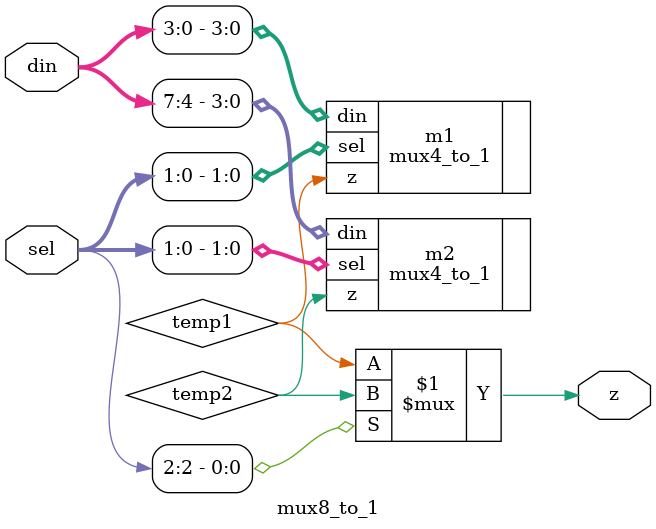
<source format=v>
`timescale 1ns/1ns

module mux8_to_1(/*AUTOARG*/
   // Outputs
   z,
   // Inputs
   din, sel
   );
   input [7:0] din;
   input [2:0] sel;
   output  z;
   
/*AUTOREG*/ 
/*AUTOWIRE*/

   wire        temp1, temp2;
   
 
   mux4_to_1 m1 (/*AUTOINST*/
		 // Outputs
		 .z			(temp1),
		 // Inputs
		 .din			(din[3:0]),
		 .sel			(sel[1:0]));
   mux4_to_1 m2 (/*AUTOINST*/
		 // Outputs
		 .z			(temp2),
		 // Inputs
		 .din			(din[7:4]),
		 .sel			(sel[1:0]));

   assign z = sel[2] ? temp2 : temp1;
   
endmodule 
// Local Variables: 
// verilog-library-directories:("~/Projects/FPGA_Projects/iVerilog/design/mux4_to_1/" ".") 
// End:

</source>
